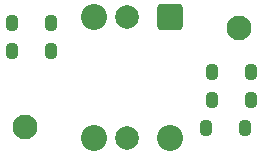
<source format=gts>
G04 #@! TF.GenerationSoftware,KiCad,Pcbnew,7.0.9*
G04 #@! TF.CreationDate,2024-05-03T00:29:51-04:00*
G04 #@! TF.ProjectId,Nav Switch Mount,4e617620-5377-4697-9463-68204d6f756e,rev?*
G04 #@! TF.SameCoordinates,Original*
G04 #@! TF.FileFunction,Soldermask,Top*
G04 #@! TF.FilePolarity,Negative*
%FSLAX46Y46*%
G04 Gerber Fmt 4.6, Leading zero omitted, Abs format (unit mm)*
G04 Created by KiCad (PCBNEW 7.0.9) date 2024-05-03 00:29:51*
%MOMM*%
%LPD*%
G01*
G04 APERTURE LIST*
G04 Aperture macros list*
%AMRoundRect*
0 Rectangle with rounded corners*
0 $1 Rounding radius*
0 $2 $3 $4 $5 $6 $7 $8 $9 X,Y pos of 4 corners*
0 Add a 4 corners polygon primitive as box body*
4,1,4,$2,$3,$4,$5,$6,$7,$8,$9,$2,$3,0*
0 Add four circle primitives for the rounded corners*
1,1,$1+$1,$2,$3*
1,1,$1+$1,$4,$5*
1,1,$1+$1,$6,$7*
1,1,$1+$1,$8,$9*
0 Add four rect primitives between the rounded corners*
20,1,$1+$1,$2,$3,$4,$5,0*
20,1,$1+$1,$4,$5,$6,$7,0*
20,1,$1+$1,$6,$7,$8,$9,0*
20,1,$1+$1,$8,$9,$2,$3,0*%
G04 Aperture macros list end*
%ADD10C,2.100000*%
%ADD11RoundRect,0.237500X0.237500X0.412500X-0.237500X0.412500X-0.237500X-0.412500X0.237500X-0.412500X0*%
%ADD12RoundRect,0.329273X-0.772727X0.772727X-0.772727X-0.772727X0.772727X-0.772727X0.772727X0.772727X0*%
%ADD13C,2.004000*%
%ADD14C,2.204000*%
G04 APERTURE END LIST*
D10*
X150000000Y-56200000D03*
X168100000Y-47800000D03*
D11*
X168650000Y-56250000D03*
X165350000Y-56250000D03*
X169150000Y-53875000D03*
X165850000Y-53875000D03*
X152200000Y-47375000D03*
X148900000Y-47375000D03*
X152200000Y-49750000D03*
X148900000Y-49750000D03*
X169150000Y-51500000D03*
X165850000Y-51500000D03*
D12*
X162325000Y-46850000D03*
D13*
X158625000Y-46850000D03*
D14*
X155825000Y-46850000D03*
X155825000Y-57150000D03*
D13*
X158625000Y-57150000D03*
D14*
X162325000Y-57150000D03*
M02*

</source>
